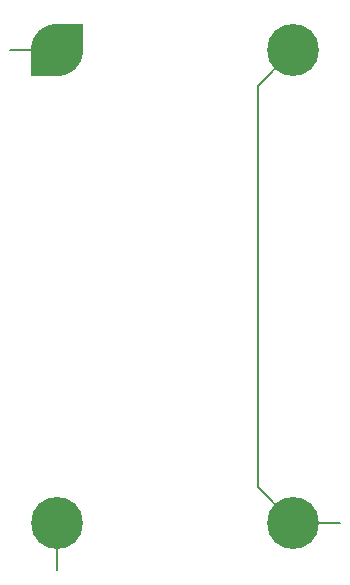
<source format=gtl>
%TF.GenerationSoftware,KiCad,Pcbnew,8.0.8*%
%TF.CreationDate,2025-01-29T17:03:43+00:00*%
%TF.ProjectId,ec30_2x4_l2_mh_0.1,65633330-5f32-4783-945f-6c325f6d685f,v0.1*%
%TF.SameCoordinates,PX8d24d00PY36d6160*%
%TF.FileFunction,Copper,L1,Top*%
%TF.FilePolarity,Positive*%
%FSLAX46Y46*%
G04 Gerber Fmt 4.6, Leading zero omitted, Abs format (unit mm)*
G04 Created by KiCad (PCBNEW 8.0.8) date 2025-01-29 17:03:43*
%MOMM*%
%LPD*%
G01*
G04 APERTURE LIST*
G04 Aperture macros list*
%AMFreePoly0*
4,1,31,1.555635,1.555635,1.655822,1.452117,1.831196,1.223566,1.975237,0.974078,2.085481,0.707925,2.160042,0.429659,2.197645,0.144041,2.197645,-0.144041,2.160042,-0.429659,2.085481,-0.707925,1.975237,-0.974078,1.831196,-1.223566,1.655822,-1.452117,1.555635,-1.555635,0.000000,-3.111270,-1.555635,-1.555635,-1.655822,-1.452117,-1.831196,-1.223566,-1.975237,-0.974078,-2.085481,-0.707925,
-2.160042,-0.429659,-2.197645,-0.144041,-2.197645,0.144041,-2.160042,0.429659,-2.085481,0.707925,-1.975237,0.974078,-1.831196,1.223566,-1.655822,1.452117,-1.555635,1.555635,0.000000,3.111270,1.555635,1.555635,1.555635,1.555635,$1*%
G04 Aperture macros list end*
%TA.AperFunction,Conductor*%
%ADD10C,0.200000*%
%TD*%
%TA.AperFunction,SMDPad,CuDef*%
%ADD11C,0.100000*%
%TD*%
%TA.AperFunction,ComponentPad*%
%ADD12C,4.400000*%
%TD*%
%TA.AperFunction,FiducialPad,Local*%
%ADD13FreePoly0,135.000000*%
%TD*%
%TA.AperFunction,FiducialPad,Local*%
%ADD14C,4.400000*%
%TD*%
G04 APERTURE END LIST*
D10*
%TO.N,GND*%
X7000000Y-17000000D02*
X7000000Y17000000D01*
%TD*%
D11*
%TO.P,GS1,1,JD_DATA*%
%TO.N,JD_DATA*%
X-14000000Y20000000D03*
%TD*%
D12*
%TO.P,MH3,MH3,MH3*%
%TO.N,JD_PWR*%
X-10000000Y-20000000D03*
%TD*%
%TO.P,MH4,MH4,MH4*%
%TO.N,GND*%
X10000000Y-20000001D03*
%TD*%
D11*
%TO.P,GS2,1,GND*%
%TO.N,GND*%
X14000000Y-20000000D03*
%TD*%
D12*
%TO.P,MH2,MH2,MH2*%
%TO.N,GND*%
X10000000Y20000000D03*
%TD*%
D11*
%TO.P,GS3,1,JD_PWR*%
%TO.N,JD_PWR*%
X-10000000Y-24000000D03*
%TD*%
D13*
%TO.P,MH1,MH1,MH1*%
%TO.N,JD_DATA*%
X-10000000Y20000000D03*
D14*
X-10000000Y20000000D03*
%TD*%
D10*
%TO.N,JD_DATA*%
X-10000000Y20000000D02*
X-14000000Y20000000D01*
%TO.N,GND*%
X10000000Y20000000D02*
X7000000Y17000000D01*
X7000000Y-17000000D02*
X7000001Y-17000000D01*
X14000000Y-20000000D02*
X10000000Y-20000000D01*
X7000000Y-17000000D02*
X10000000Y-20000000D01*
%TO.N,JD_PWR*%
X-10000000Y-20000000D02*
X-10000000Y-24000000D01*
%TD*%
M02*

</source>
